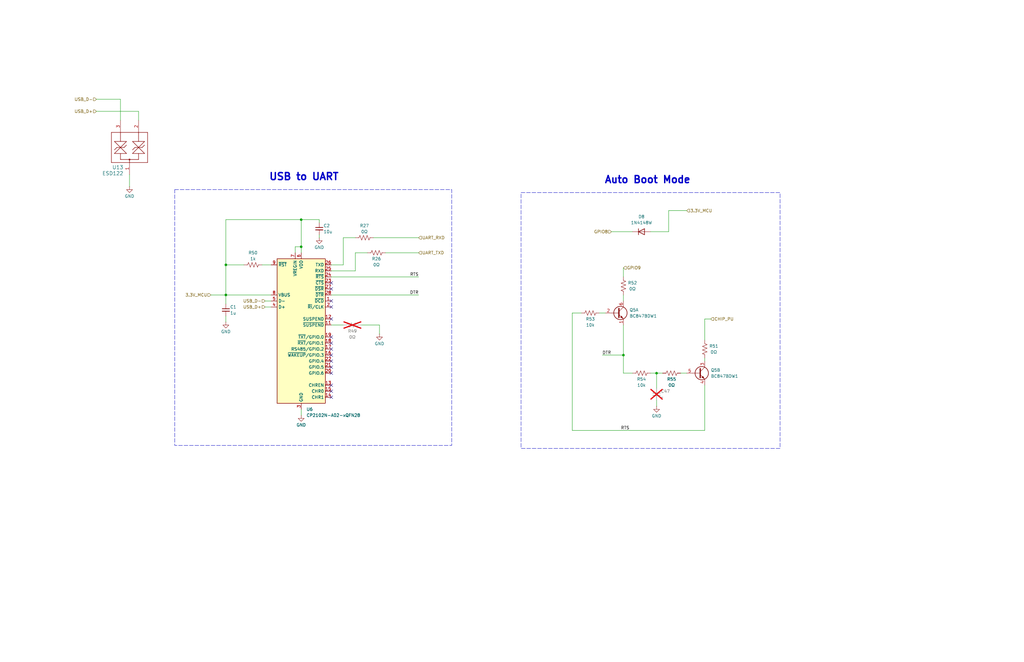
<source format=kicad_sch>
(kicad_sch (version 20231120) (generator "eeschema") (generator_version "8.0")
  (paper "B")
  (lib_symbols
    (symbol "Device:C_Small" (pin_numbers hide) (pin_names (offset 0.254) hide)
      (property "Reference" "C" (at 0.254 1.778 0))
      (property "Value" "C_Small" (at 0.254 -2.032 0))
      (symbol "C_Small_0_1"
        (polyline (pts (xy -1.524 -0.508) (xy 1.524 -0.508)) (stroke (width 0.3302)))
        (polyline (pts (xy -1.524 0.508) (xy 1.524 0.508)) (stroke (width 0.3048)))
      )
      (symbol "C_Small_1_1"
        (pin passive line (at 0 2.54 270) (length 2.032) (name "~") (number "1"))
        (pin passive line (at 0 -2.54 90) (length 2.032) (name "~") (number "2"))
      )
    )
    (symbol "Device:R_US" (pin_numbers hide) (pin_names (offset 0))
      (property "Reference" "R" (at 2.54 0 90))
      (property "Value" "R_US" (at -2.54 0 90))
      (symbol "R_US_0_1"
        (polyline (pts (xy 0 -2.286) (xy 0 -2.54)))
        (polyline (pts (xy 0 2.286) (xy 0 2.54)))
        (polyline (pts (xy 0 -0.762) (xy 1.016 -1.143) (xy 0 -1.524) (xy -1.016 -1.905) (xy 0 -2.286)))
        (polyline (pts (xy 0 0.762) (xy 1.016 0.381) (xy 0 0) (xy -1.016 -0.381) (xy 0 -0.762)))
        (polyline (pts (xy 0 2.286) (xy 1.016 1.905) (xy 0 1.524) (xy -1.016 1.143) (xy 0 0.762)))
      )
      (symbol "R_US_1_1"
        (pin passive line (at 0 3.81 270) (length 1.27) (name "~") (number "1"))
        (pin passive line (at 0 -3.81 90) (length 1.27) (name "~") (number "2"))
      )
    )
    (symbol "Diode:1N4148W" (pin_numbers hide) (pin_names hide)
      (property "Reference" "D" (at 0 2.54 0))
      (property "Value" "1N4148W" (at 0 -2.54 0))
      (symbol "1N4148W_0_1"
        (polyline (pts (xy -1.27 1.27) (xy -1.27 -1.27)) (stroke (width 0.254)))
        (polyline (pts (xy 1.27 0) (xy -1.27 0)))
        (polyline (pts (xy 1.27 1.27) (xy 1.27 -1.27) (xy -1.27 0) (xy 1.27 1.27)) (stroke (width 0.254)))
      )
      (symbol "1N4148W_1_1"
        (pin passive line (at -3.81 0 0) (length 2.54) (name "K") (number "1"))
        (pin passive line (at 3.81 0 180) (length 2.54) (name "A") (number "2"))
      )
    )
    (symbol "Interface_USB:CP2102N-Axx-xQFN28"
      (property "Reference" "U" (at -8.89 31.75 0))
      (property "Value" "CP2102N-Axx-xQFN28" (at 12.7 31.75 0))
      (symbol "CP2102N-Axx-xQFN28_0_1"
        (rectangle (start -10.16 30.48) (end 10.16 -30.48) (stroke (width 0.254)) (fill (type background)))
      )
      (symbol "CP2102N-Axx-xQFN28_1_1"
        (pin input line (at 12.7 12.7 180) (length 2.54) (name "~{DCD}") (number "1"))
        (pin no_connect line (at -10.16 -27.94 0) (length 2.54) hide (name "NC") (number "10"))
        (pin output line (at 12.7 2.54 180) (length 2.54) (name "~{SUSPEND}") (number "11"))
        (pin output line (at 12.7 5.08 180) (length 2.54) (name "SUSPEND") (number "12"))
        (pin output line (at 12.7 -22.86 180) (length 2.54) (name "CHREN") (number "13"))
        (pin output line (at 12.7 -27.94 180) (length 2.54) (name "CHR1") (number "14"))
        (pin output line (at 12.7 -25.4 180) (length 2.54) (name "CHR0") (number "15"))
        (pin bidirectional line (at 12.7 -10.16 180) (length 2.54) (name "~{WAKEUP}/GPIO.3") (number "16"))
        (pin bidirectional line (at 12.7 -7.62 180) (length 2.54) (name "RS485/GPIO.2") (number "17"))
        (pin bidirectional line (at 12.7 -5.08 180) (length 2.54) (name "~{RXT}/GPIO.1") (number "18"))
        (pin bidirectional line (at 12.7 -2.54 180) (length 2.54) (name "~{TXT}/GPIO.0") (number "19"))
        (pin bidirectional line (at 12.7 10.16 180) (length 2.54) (name "~{RI}/CLK") (number "2"))
        (pin bidirectional line (at 12.7 -17.78 180) (length 2.54) (name "GPIO.6") (number "20"))
        (pin bidirectional line (at 12.7 -15.24 180) (length 2.54) (name "GPIO.5") (number "21"))
        (pin bidirectional line (at 12.7 -12.7 180) (length 2.54) (name "GPIO.4") (number "22"))
        (pin input line (at 12.7 20.32 180) (length 2.54) (name "~{CTS}") (number "23"))
        (pin output line (at 12.7 22.86 180) (length 2.54) (name "~{RTS}") (number "24"))
        (pin input line (at 12.7 25.4 180) (length 2.54) (name "RXD") (number "25"))
        (pin output line (at 12.7 27.94 180) (length 2.54) (name "TXD") (number "26"))
        (pin input line (at 12.7 17.78 180) (length 2.54) (name "~{DSR}") (number "27"))
        (pin output line (at 12.7 15.24 180) (length 2.54) (name "~{DTR}") (number "28"))
        (pin passive line (at 0 -33.02 90) (length 2.54) hide (name "GND") (number "29"))
        (pin power_in line (at 0 -33.02 90) (length 2.54) (name "GND") (number "3"))
        (pin bidirectional line (at -12.7 10.16 0) (length 2.54) (name "D+") (number "4"))
        (pin bidirectional line (at -12.7 12.7 0) (length 2.54) (name "D-") (number "5"))
        (pin power_in line (at 0 33.02 270) (length 2.54) (name "VDD") (number "6"))
        (pin power_in line (at -2.54 33.02 270) (length 2.54) (name "VREGIN") (number "7"))
        (pin input line (at -12.7 15.24 0) (length 2.54) (name "VBUS") (number "8"))
        (pin input line (at -12.7 27.94 0) (length 2.54) (name "~{RST}") (number "9"))
      )
    )
    (symbol "Transistor_BJT:BC847BDW1" (pin_names (offset 0) hide)
      (property "Reference" "Q" (at 5.08 1.27 0))
      (property "Value" "BC847BDW1" (at 5.08 -1.27 0))
      (symbol "BC847BDW1_0_1"
        (polyline (pts (xy 0.635 0) (xy -2.54 0)))
        (polyline (pts (xy 0.635 0.635) (xy 2.54 2.54)))
        (polyline (pts (xy 0.635 -0.635) (xy 2.54 -2.54) (xy 2.54 -2.54)))
        (polyline (pts (xy 0.635 1.905) (xy 0.635 -1.905) (xy 0.635 -1.905)) (stroke (width 0.508)))
        (polyline (pts (xy 1.27 -1.778) (xy 1.778 -1.27) (xy 2.286 -2.286) (xy 1.27 -1.778) (xy 1.27 -1.778)) (fill (type outline)))
        (circle (center 1.27 0) (radius 2.8194) (stroke (width 0.254)))
      )
      (symbol "BC847BDW1_1_1"
        (pin passive line (at 2.54 -5.08 90) (length 2.54) (name "E1") (number "1"))
        (pin input line (at -5.08 0 0) (length 2.54) (name "B1") (number "2"))
        (pin passive line (at 2.54 5.08 270) (length 2.54) (name "C1") (number "6"))
      )
      (symbol "BC847BDW1_2_1"
        (pin passive line (at 2.54 5.08 270) (length 2.54) (name "C2") (number "3"))
        (pin passive line (at 2.54 -5.08 90) (length 2.54) (name "E2") (number "4"))
        (pin input line (at -5.08 0 0) (length 2.54) (name "B2") (number "5"))
      )
    )
    (symbol "custom_symbols:ESD122DMYR" (pin_names (offset 0.254))
      (property "Reference" "U" (at 0 1.27 0))
      (property "Value" "ESD122DMYR" (at 0 0 0))
      (symbol "ESD122DMYR_0_1"
        (circle (center -5.08 0) (radius 0.254) (stroke (width 0.2032)))
        (polyline (pts (xy -6.35 -7.62) (xy 6.35 -7.62)) (stroke (width 0.2032)))
        (polyline (pts (xy -6.35 0) (xy -5.08 0)) (stroke (width 0.2032)))
        (polyline (pts (xy -6.35 7.62) (xy -6.35 -7.62)) (stroke (width 0.2032)))
        (polyline (pts (xy -5.08 0) (xy -5.08 -3.81)) (stroke (width 0.2032)))
        (polyline (pts (xy -5.08 3.81) (xy -5.08 0)) (stroke (width 0.2032)))
        (polyline (pts (xy -2.54 -6.35) (xy 0 -3.81)) (stroke (width 0.2032)))
        (polyline (pts (xy -2.54 -3.81) (xy -5.08 -3.81)) (stroke (width 0.2032)))
        (polyline (pts (xy -2.54 -1.27) (xy -2.54 -6.35)) (stroke (width 0.2032)))
        (polyline (pts (xy -2.54 1.27) (xy 0 3.81)) (stroke (width 0.2032)))
        (polyline (pts (xy -2.54 3.81) (xy -5.08 3.81)) (stroke (width 0.2032)))
        (polyline (pts (xy -2.54 6.35) (xy -2.54 1.27)) (stroke (width 0.2032)))
        (polyline (pts (xy 0 -5.334) (xy 0 -2.286)) (stroke (width 0.2032)))
        (polyline (pts (xy 0 -3.81) (xy -2.54 -1.27)) (stroke (width 0.2032)))
        (polyline (pts (xy 0 -3.81) (xy 2.54 -1.27)) (stroke (width 0.2032)))
        (polyline (pts (xy 0 -2.286) (xy -1.016 -1.27)) (stroke (width 0.2032)))
        (polyline (pts (xy 0 2.286) (xy 0 5.334)) (stroke (width 0.2032)))
        (polyline (pts (xy 0 3.81) (xy -2.54 6.35)) (stroke (width 0.2032)))
        (polyline (pts (xy 0 3.81) (xy 2.54 6.35)) (stroke (width 0.2032)))
        (polyline (pts (xy 0 5.334) (xy -1.016 6.35)) (stroke (width 0.2032)))
        (polyline (pts (xy 1.016 -6.35) (xy 0 -5.334)) (stroke (width 0.2032)))
        (polyline (pts (xy 1.016 1.27) (xy 0 2.286)) (stroke (width 0.2032)))
        (polyline (pts (xy 2.54 -6.35) (xy 0 -3.81)) (stroke (width 0.2032)))
        (polyline (pts (xy 2.54 -1.27) (xy 2.54 -6.35)) (stroke (width 0.2032)))
        (polyline (pts (xy 2.54 1.27) (xy 0 3.81)) (stroke (width 0.2032)))
        (polyline (pts (xy 2.54 6.35) (xy 2.54 1.27)) (stroke (width 0.2032)))
        (polyline (pts (xy 6.35 -7.62) (xy 6.35 7.62)) (stroke (width 0.2032)))
        (polyline (pts (xy 6.35 -3.81) (xy 2.54 -3.81)) (stroke (width 0.2032)))
        (polyline (pts (xy 6.35 3.81) (xy 2.54 3.81)) (stroke (width 0.2032)))
        (polyline (pts (xy 6.35 7.62) (xy -6.35 7.62)) (stroke (width 0.2032)))
      )
      (symbol "ESD122DMYR_1_1"
        (pin unspecified line (at -11.43 0 0) (length 5.08) (name "") (number "1"))
        (pin unspecified line (at 11.43 -3.81 180) (length 5.08) (name "") (number "2"))
        (pin unspecified line (at 11.43 3.81 180) (length 5.08) (name "") (number "3"))
      )
    )
    (symbol "power:GND" (power) (pin_numbers hide) (pin_names (offset 0) hide)
      (property "Value" "GND" (at 0 -3.81 0))
      (symbol "GND_0_1"
        (polyline (pts (xy 0 0) (xy 0 -1.27) (xy 1.27 -1.27) (xy 0 -2.54) (xy -1.27 -1.27) (xy 0 -1.27)))
      )
      (symbol "GND_1_1"
        (pin power_in line (at 0 0 270) (length 0) (name "~") (number "1"))
      )
    )
  )
  (junction (at 95.25 124.46))
  (junction (at 276.86 157.48))
  (junction (at 262.89 149.86))
  (junction (at 127 104.14))
  (junction (at 95.25 111.76))
  (junction (at 127 92.71))
  (no_connect (at 139.7 152.4))
  (no_connect (at 139.7 121.92))
  (no_connect (at 139.7 129.54))
  (no_connect (at 139.7 154.94))
  (no_connect (at 139.7 142.24))
  (no_connect (at 139.7 149.86))
  (no_connect (at 139.7 167.64))
  (no_connect (at 139.7 144.78))
  (no_connect (at 139.7 157.48))
  (no_connect (at 139.7 165.1))
  (no_connect (at 139.7 127))
  (no_connect (at 139.7 162.56))
  (no_connect (at 139.7 147.32))
  (no_connect (at 139.7 134.62))
  (no_connect (at 139.7 119.38))
  (wire (pts (xy 111.76 129.54) (xy 114.3 129.54)))
  (wire (pts (xy 262.89 137.16) (xy 262.89 149.86)))
  (wire (pts (xy 274.32 97.79) (xy 281.94 97.79)))
  (wire (pts (xy 297.18 162.56) (xy 297.18 181.61)))
  (wire (pts (xy 281.94 97.79) (xy 281.94 88.9)))
  (wire (pts (xy 149.86 106.68) (xy 154.94 106.68)))
  (wire (pts (xy 50.8 41.91) (xy 50.8 50.8)))
  (wire (pts (xy 58.42 46.99) (xy 58.42 50.8)))
  (wire (pts (xy 149.86 114.3) (xy 139.7 114.3)))
  (wire (pts (xy 134.62 92.71) (xy 127 92.71)))
  (wire (pts (xy 276.86 157.48) (xy 276.86 163.83)))
  (wire (pts (xy 95.25 124.46) (xy 114.3 124.46)))
  (wire (pts (xy 252.73 132.08) (xy 255.27 132.08)))
  (wire (pts (xy 266.7 157.48) (xy 262.89 157.48)))
  (wire (pts (xy 281.94 88.9) (xy 289.56 88.9)))
  (wire (pts (xy 127 172.72) (xy 127 175.26)))
  (wire (pts (xy 157.48 100.33) (xy 176.53 100.33)))
  (wire (pts (xy 139.7 116.84) (xy 176.53 116.84)))
  (wire (pts (xy 276.86 168.91) (xy 276.86 171.45)))
  (wire (pts (xy 297.18 134.62) (xy 299.72 134.62)))
  (wire (pts (xy 95.25 111.76) (xy 102.87 111.76)))
  (wire (pts (xy 297.18 143.51) (xy 297.18 134.62)))
  (wire (pts (xy 95.25 111.76) (xy 95.25 92.71)))
  (wire (pts (xy 110.49 111.76) (xy 114.3 111.76)))
  (wire (pts (xy 152.4 137.16) (xy 160.02 137.16)))
  (wire (pts (xy 95.25 124.46) (xy 95.25 128.27)))
  (wire (pts (xy 139.7 137.16) (xy 144.78 137.16)))
  (wire (pts (xy 262.89 149.86) (xy 254 149.86)))
  (wire (pts (xy 139.7 124.46) (xy 176.53 124.46)))
  (wire (pts (xy 287.02 157.48) (xy 289.56 157.48)))
  (wire (pts (xy 241.3 181.61) (xy 297.18 181.61)))
  (wire (pts (xy 124.46 106.68) (xy 124.46 104.14)))
  (wire (pts (xy 241.3 132.08) (xy 241.3 181.61)))
  (wire (pts (xy 134.62 99.06) (xy 134.62 100.33)))
  (wire (pts (xy 95.25 92.71) (xy 127 92.71)))
  (wire (pts (xy 144.78 100.33) (xy 144.78 111.76)))
  (wire (pts (xy 40.64 41.91) (xy 50.8 41.91)))
  (wire (pts (xy 262.89 113.03) (xy 262.89 116.84)))
  (wire (pts (xy 134.62 93.98) (xy 134.62 92.71)))
  (wire (pts (xy 274.32 157.48) (xy 276.86 157.48)))
  (wire (pts (xy 162.56 106.68) (xy 176.53 106.68)))
  (wire (pts (xy 257.81 97.79) (xy 266.7 97.79)))
  (wire (pts (xy 297.18 151.13) (xy 297.18 152.4)))
  (wire (pts (xy 276.86 157.48) (xy 279.4 157.48)))
  (wire (pts (xy 54.61 73.66) (xy 54.61 78.74)))
  (wire (pts (xy 262.89 124.46) (xy 262.89 127)))
  (wire (pts (xy 144.78 111.76) (xy 139.7 111.76)))
  (wire (pts (xy 160.02 137.16) (xy 160.02 140.97)))
  (wire (pts (xy 95.25 124.46) (xy 95.25 111.76)))
  (wire (pts (xy 262.89 157.48) (xy 262.89 149.86)))
  (wire (pts (xy 111.76 127) (xy 114.3 127)))
  (wire (pts (xy 40.64 46.99) (xy 58.42 46.99)))
  (wire (pts (xy 95.25 133.35) (xy 95.25 135.89)))
  (wire (pts (xy 127 92.71) (xy 127 104.14)))
  (wire (pts (xy 88.9 124.46) (xy 95.25 124.46)))
  (wire (pts (xy 241.3 132.08) (xy 245.11 132.08)))
  (wire (pts (xy 149.86 106.68) (xy 149.86 114.3)))
  (wire (pts (xy 124.46 104.14) (xy 127 104.14)))
  (wire (pts (xy 144.78 100.33) (xy 149.86 100.33)))
  (wire (pts (xy 127 104.14) (xy 127 106.68)))
  (rectangle (start 219.71 81.28) (end 328.93 189.23) (stroke (width 0) (type dash)))
  (rectangle (start 73.66 80.01) (end 190.5 187.96) (stroke (width 0) (type dash)))
  (text "Auto Boot Mode" (at 254.762 77.724 0) (effects (font (size 3 3) (thickness 0.6) (bold yes)) (justify left bottom)))
  (text "USB to UART" (at 113.284 76.454 0) (effects (font (size 3 3) (thickness 0.6) (bold yes)) (justify left bottom)))
  (label "RTS" (at 265.43 181.61 180))
  (label "DTR" (at 176.53 124.46 180))
  (label "DTR" (at 254 149.86 0))
  (label "RTS" (at 176.53 116.84 180))
  (hierarchical_label "USB_D-" (shape input) (at 111.76 127 180))
  (hierarchical_label "3.3V_MCU" (shape input) (at 88.9 124.46 180))
  (hierarchical_label "USB_D+" (shape input) (at 111.76 129.54 180))
  (hierarchical_label "USB_D-" (shape input) (at 40.64 41.91 180))
  (hierarchical_label "CHIP_PU" (shape input) (at 299.72 134.62 0))
  (hierarchical_label "GPIO9" (shape input) (at 262.89 113.03 0))
  (hierarchical_label "GPIO8" (shape input) (at 257.81 97.79 180))
  (hierarchical_label "3.3V_MCU" (shape input) (at 289.56 88.9 0))
  (hierarchical_label "USB_D+" (shape input) (at 40.64 46.99 180))
  (hierarchical_label "UART_RXD" (shape input) (at 176.53 100.33 0))
  (hierarchical_label "UART_TXD" (shape input) (at 176.53 106.68 0))
  (symbol (lib_id "Device:R_US") (at 106.68 111.76 90) (unit 1)
    (property "Reference" "R50" (at 106.68 106.68 90))
    (property "Value" "1k" (at 106.68 109.22 90))
    (property "Description" "1%" (effects (hide yes)))
  )
  (symbol (lib_id "power:GND") (at 95.25 135.89 0) (unit 1)
    (property "Reference" "#PWR09" (effects (hide yes)))
    (property "Value" "GND" (at 95.25 139.954 0))
    (property "Description" "Power symbol creates a global label with name \"GND\" , ground" (effects (hide yes)))
  )
  (symbol (lib_id "power:GND") (at 54.61 78.74 0) (unit 1)
    (property "Reference" "#PWR019" (effects (hide yes)))
    (property "Value" "GND" (at 54.61 82.804 0))
    (property "Description" "Power symbol creates a global label with name \"GND\" , ground" (effects (hide yes)))
  )
  (symbol (lib_id "Device:R_US") (at 283.21 157.48 90) (unit 1)
    (property "Reference" "R55" (at 283.21 160.02 90))
    (property "Value" "0Ω" (at 283.21 162.56 90))
    (property "Description" "1%" (effects (hide yes)))
  )
  (symbol (lib_id "power:GND") (at 127 175.26 0) (unit 1)
    (property "Reference" "#PWR063" (effects (hide yes)))
    (property "Value" "GND" (at 127 179.324 0))
    (property "Description" "Power symbol creates a global label with name \"GND\" , ground" (effects (hide yes)))
  )
  (symbol (lib_id "power:GND") (at 134.62 100.33 0) (unit 1)
    (property "Reference" "#PWR061" (effects (hide yes)))
    (property "Value" "GND" (at 134.62 104.394 0))
    (property "Description" "Power symbol creates a global label with name \"GND\" , ground" (effects (hide yes)))
  )
  (symbol (lib_id "Device:R_US") (at 270.51 157.48 90) (unit 1)
    (property "Reference" "R54" (at 270.51 160.02 90))
    (property "Value" "10k" (at 270.51 162.56 90))
    (property "Description" "1%" (effects (hide yes)))
  )
  (symbol (lib_id "Device:R_US") (at 248.92 132.08 90) (unit 1)
    (property "Reference" "R53" (at 248.92 134.62 90))
    (property "Value" "10k" (at 248.92 137.16 90))
    (property "Description" "1%" (effects (hide yes)))
  )
  (symbol (lib_id "Device:C_Small") (at 276.86 166.37 0) (unit 1) (dnp yes)
    (property "Reference" "C47" (at 278.638 165.1 0) (effects (justify left)))
    (property "Value" "~" (at 278.638 167.64 0) (effects (justify left)))
    (property "Description" "16V, X7R" (effects (hide yes)))
  )
  (symbol (lib_id "Transistor_BJT:BC847BDW1") (at 260.35 132.08 0) (unit 1)
    (property "Reference" "Q5" (at 265.43 130.8099 0) (effects (justify left)))
    (property "Value" "BC847BDW1" (at 265.43 133.3499 0) (effects (justify left)))
    (property "Footprint" "Package_TO_SOT_SMD:SOT-363_SC-70-6" (effects (hide yes)))
    (property "Datasheet" "http://www.onsemi.com/pub_link/Collateral/BC846BDW1T1-D.PDF" (effects (hide yes)))
    (property "Description" "100mA IC, 45V Vce, Dual NPN/NPN Transistors, SOT-363" (effects (hide yes)))
  )
  (symbol (lib_id "Transistor_BJT:BC847BDW1") (at 294.64 157.48 0) (unit 2)
    (property "Reference" "Q5" (at 299.72 156.2099 0) (effects (justify left)))
    (property "Value" "BC847BDW1" (at 299.72 158.7499 0) (effects (justify left)))
    (property "Footprint" "Package_TO_SOT_SMD:SOT-363_SC-70-6" (effects (hide yes)))
    (property "Datasheet" "http://www.onsemi.com/pub_link/Collateral/BC846BDW1T1-D.PDF" (effects (hide yes)))
    (property "Description" "100mA IC, 45V Vce, Dual NPN/NPN Transistors, SOT-363" (effects (hide yes)))
  )
  (symbol (lib_id "power:GND") (at 160.02 140.97 0) (unit 1)
    (property "Reference" "#PWR062" (effects (hide yes)))
    (property "Value" "GND" (at 160.02 145.034 0))
    (property "Description" "Power symbol creates a global label with name \"GND\" , ground" (effects (hide yes)))
  )
  (symbol (lib_id "Device:R_US") (at 153.67 100.33 90) (unit 1)
    (property "Reference" "R27" (at 153.67 95.25 90))
    (property "Value" "0Ω" (at 153.67 97.79 90))
    (property "Description" "1%" (effects (hide yes)))
  )
  (symbol (lib_id "Device:R_US") (at 158.75 106.68 90) (unit 1)
    (property "Reference" "R26" (at 158.75 109.22 90))
    (property "Value" "0Ω" (at 158.75 111.76 90))
    (property "Description" "1%" (effects (hide yes)))
  )
  (symbol (lib_id "power:GND") (at 276.86 171.45 0) (unit 1)
    (property "Reference" "#PWR065" (effects (hide yes)))
    (property "Value" "GND" (at 276.86 175.514 0))
    (property "Description" "Power symbol creates a global label with name \"GND\" , ground" (effects (hide yes)))
  )
  (symbol (lib_id "custom_symbols:ESD122DMYR") (at 54.61 62.23 90) (unit 1)
    (property "Reference" "U13" (at 52.07 70.612 90) (effects (font (size 1.524 1.524)) (justify left)))
    (property "Value" "ESD122" (at 52.07 73.152 90) (effects (font (size 1.524 1.524)) (justify left)))
    (property "Footprint" "DMY0003A" (effects (hide yes)))
    (property "Datasheet" "ESD122DMYR" (effects (hide yes)))
  )
  (symbol (lib_id "Interface_USB:CP2102N-Axx-xQFN28") (at 127 139.7 0) (unit 1)
    (property "Reference" "U6" (at 129.1941 172.72 0) (effects (justify left)))
    (property "Value" "CP2102N-A02-xQFN28" (at 129.1941 175.26 0) (effects (justify left)))
    (property "Footprint" "Package_DFN_QFN:QFN-28-1EP_5x5mm_P0.5mm_EP3.35x3.35mm" (effects (hide yes)))
    (property "Datasheet" "https://www.silabs.com/documents/public/data-sheets/cp2102n-datasheet.pdf" (effects (hide yes)))
    (property "Description" "USB to UART master bridge, QFN-28" (effects (hide yes)))
  )
  (symbol (lib_id "Device:R_US") (at 148.59 137.16 90) (unit 1) (dnp yes)
    (property "Reference" "R49" (at 148.59 139.7 90))
    (property "Value" "0Ω" (at 148.59 142.24 90))
    (property "Description" "1%" (effects (hide yes)))
  )
  (symbol (lib_id "Device:R_US") (at 262.89 120.65 180) (unit 1)
    (property "Reference" "R52" (at 266.7 119.38 0))
    (property "Value" "0Ω" (at 266.7 121.92 0))
    (property "Description" "1%" (effects (hide yes)))
  )
  (symbol (lib_id "Device:C_Small") (at 95.25 130.81 0) (unit 1)
    (property "Reference" "C1" (at 97.028 129.54 0) (effects (justify left)))
    (property "Value" "1u" (at 97.028 132.08 0) (effects (justify left)))
    (property "Description" "16V (10%)" (effects (hide yes)))
  )
  (symbol (lib_id "Device:R_US") (at 297.18 147.32 180) (unit 1)
    (property "Reference" "R51" (at 300.99 146.05 0))
    (property "Value" "0Ω" (at 300.99 148.59 0))
    (property "Description" "1%" (effects (hide yes)))
  )
  (symbol (lib_id "Diode:1N4148W") (at 270.51 97.79 0) (unit 1)
    (property "Reference" "D8" (at 270.51 91.44 0))
    (property "Value" "1N4148W" (at 270.51 93.98 0))
    (property "Footprint" "Diode_SMD:D_SOD-123" (effects (hide yes)))
    (property "Datasheet" "https://www.vishay.com/docs/85748/1n4148w.pdf" (effects (hide yes)))
    (property "Description" "75V 0.15A Fast Switching Diode, SOD-123" (effects (hide yes)))
    (property "Sim.Device" "D" (effects (hide yes)))
    (property "Sim.Pins" "1=K 2=A" (effects (hide yes)))
  )
  (symbol (lib_id "Device:C_Small") (at 134.62 96.52 0) (unit 1)
    (property "Reference" "C2" (at 136.398 95.25 0) (effects (justify left)))
    (property "Value" "10u" (at 136.398 97.79 0) (effects (justify left)))
    (property "Description" "25V (25%)" (effects (hide yes)))
  )
)
</source>
